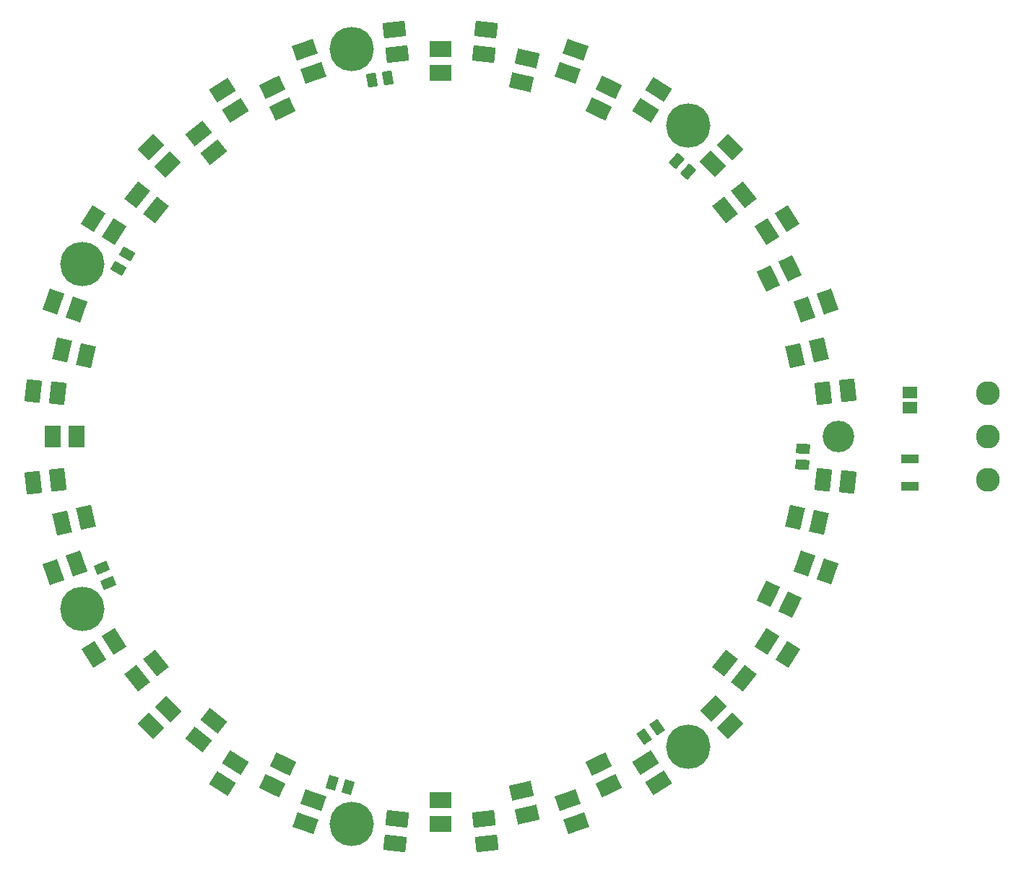
<source format=gts>
G04 Layer_Color=8388736*
%FSLAX44Y44*%
%MOMM*%
G71*
G01*
G75*
G04:AMPARAMS|DCode=58|XSize=1.1532mm|YSize=1.6032mm|CornerRadius=0mm|HoleSize=0mm|Usage=FLASHONLY|Rotation=266.786|XOffset=0mm|YOffset=0mm|HoleType=Round|Shape=Rectangle|*
%AMROTATEDRECTD58*
4,1,4,-0.7680,0.6206,0.8327,0.5308,0.7680,-0.6206,-0.8327,-0.5308,-0.7680,0.6206,0.0*
%
%ADD58ROTATEDRECTD58*%

G04:AMPARAMS|DCode=59|XSize=2.6032mm|YSize=1.8032mm|CornerRadius=0mm|HoleSize=0mm|Usage=FLASHONLY|Rotation=263.595|XOffset=0mm|YOffset=0mm|HoleType=Round|Shape=Rectangle|*
%AMROTATEDRECTD59*
4,1,4,-0.7508,1.3941,1.0412,1.1929,0.7508,-1.3941,-1.0412,-1.1929,-0.7508,1.3941,0.0*
%
%ADD59ROTATEDRECTD59*%

%ADD60R,2.0032X1.1032*%
%ADD61R,1.6532X1.3532*%
G04:AMPARAMS|DCode=62|XSize=1.1532mm|YSize=1.6032mm|CornerRadius=0mm|HoleSize=0mm|Usage=FLASHONLY|Rotation=163.929|XOffset=0mm|YOffset=0mm|HoleType=Round|Shape=Rectangle|*
%AMROTATEDRECTD62*
4,1,4,0.7760,0.6107,0.3322,-0.9299,-0.7760,-0.6107,-0.3322,0.9299,0.7760,0.6107,0.0*
%
%ADD62ROTATEDRECTD62*%

G04:AMPARAMS|DCode=63|XSize=1.1532mm|YSize=1.6032mm|CornerRadius=0mm|HoleSize=0mm|Usage=FLASHONLY|Rotation=112.500|XOffset=0mm|YOffset=0mm|HoleType=Round|Shape=Rectangle|*
%AMROTATEDRECTD63*
4,1,4,0.9612,-0.2260,-0.5199,-0.8395,-0.9612,0.2260,0.5199,0.8395,0.9612,-0.2260,0.0*
%
%ADD63ROTATEDRECTD63*%

G04:AMPARAMS|DCode=64|XSize=1.1532mm|YSize=1.6032mm|CornerRadius=0mm|HoleSize=0mm|Usage=FLASHONLY|Rotation=59.877|XOffset=0mm|YOffset=0mm|HoleType=Round|Shape=Rectangle|*
%AMROTATEDRECTD64*
4,1,4,0.4040,-0.9010,-0.9827,-0.0964,-0.4040,0.9010,0.9827,0.0964,0.4040,-0.9010,0.0*
%
%ADD64ROTATEDRECTD64*%

G04:AMPARAMS|DCode=65|XSize=2.6032mm|YSize=1.8032mm|CornerRadius=0mm|HoleSize=0mm|Usage=FLASHONLY|Rotation=122.157|XOffset=0mm|YOffset=0mm|HoleType=Round|Shape=Rectangle|*
%AMROTATEDRECTD65*
4,1,4,1.4561,-0.6221,-0.0705,-1.5818,-1.4561,0.6221,0.0705,1.5818,1.4561,-0.6221,0.0*
%
%ADD65ROTATEDRECTD65*%

G04:AMPARAMS|DCode=66|XSize=2.6032mm|YSize=1.8032mm|CornerRadius=0mm|HoleSize=0mm|Usage=FLASHONLY|Rotation=308.586|XOffset=0mm|YOffset=0mm|HoleType=Round|Shape=Rectangle|*
%AMROTATEDRECTD66*
4,1,4,-1.5166,0.4551,-0.1070,1.5797,1.5166,-0.4551,0.1070,-1.5797,-1.5166,0.4551,0.0*
%
%ADD66ROTATEDRECTD66*%

G04:AMPARAMS|DCode=67|XSize=2.6032mm|YSize=1.8032mm|CornerRadius=0mm|HoleSize=0mm|Usage=FLASHONLY|Rotation=135.015|XOffset=0mm|YOffset=0mm|HoleType=Round|Shape=Rectangle|*
%AMROTATEDRECTD67*
4,1,4,1.5580,-0.2824,0.2833,-1.5578,-1.5580,0.2824,-0.2833,1.5578,1.5580,-0.2824,0.0*
%
%ADD67ROTATEDRECTD67*%

G04:AMPARAMS|DCode=68|XSize=2.6032mm|YSize=1.8032mm|CornerRadius=0mm|HoleSize=0mm|Usage=FLASHONLY|Rotation=321.444|XOffset=0mm|YOffset=0mm|HoleType=Round|Shape=Rectangle|*
%AMROTATEDRECTD68*
4,1,4,-1.5798,0.1062,-0.4559,1.5163,1.5798,-0.1062,0.4559,-1.5163,-1.5798,0.1062,0.0*
%
%ADD68ROTATEDRECTD68*%

G04:AMPARAMS|DCode=69|XSize=2.6032mm|YSize=1.8032mm|CornerRadius=0mm|HoleSize=0mm|Usage=FLASHONLY|Rotation=147.873|XOffset=0mm|YOffset=0mm|HoleType=Round|Shape=Rectangle|*
%AMROTATEDRECTD69*
4,1,4,1.5818,0.0713,0.6228,-1.4557,-1.5818,-0.0713,-0.6228,1.4557,1.5818,0.0713,0.0*
%
%ADD69ROTATEDRECTD69*%

G04:AMPARAMS|DCode=70|XSize=2.6032mm|YSize=1.8032mm|CornerRadius=0mm|HoleSize=0mm|Usage=FLASHONLY|Rotation=334.302|XOffset=0mm|YOffset=0mm|HoleType=Round|Shape=Rectangle|*
%AMROTATEDRECTD70*
4,1,4,-1.5638,-0.2480,-0.7819,1.3768,1.5638,0.2480,0.7819,-1.3768,-1.5638,-0.2480,0.0*
%
%ADD70ROTATEDRECTD70*%

G04:AMPARAMS|DCode=71|XSize=2.6032mm|YSize=1.8032mm|CornerRadius=0mm|HoleSize=0mm|Usage=FLASHONLY|Rotation=160.731|XOffset=0mm|YOffset=0mm|HoleType=Round|Shape=Rectangle|*
%AMROTATEDRECTD71*
4,1,4,1.5262,0.4216,0.9312,-1.2806,-1.5262,-0.4216,-0.9312,1.2806,1.5262,0.4216,0.0*
%
%ADD71ROTATEDRECTD71*%

G04:AMPARAMS|DCode=72|XSize=2.6032mm|YSize=1.8032mm|CornerRadius=0mm|HoleSize=0mm|Usage=FLASHONLY|Rotation=70.725|XOffset=0mm|YOffset=0mm|HoleType=Round|Shape=Rectangle|*
%AMROTATEDRECTD72*
4,1,4,0.4214,-1.5263,-1.2807,-0.9310,-0.4214,1.5263,1.2807,0.9310,0.4214,-1.5263,0.0*
%
%ADD72ROTATEDRECTD72*%

G04:AMPARAMS|DCode=73|XSize=2.6032mm|YSize=1.8032mm|CornerRadius=0mm|HoleSize=0mm|Usage=FLASHONLY|Rotation=257.154|XOffset=0mm|YOffset=0mm|HoleType=Round|Shape=Rectangle|*
%AMROTATEDRECTD73*
4,1,4,-0.5897,1.4695,1.1684,1.0686,0.5897,-1.4695,-1.1684,-1.0686,-0.5897,1.4695,0.0*
%
%ADD73ROTATEDRECTD73*%

G04:AMPARAMS|DCode=74|XSize=2.6032mm|YSize=1.8032mm|CornerRadius=0mm|HoleSize=0mm|Usage=FLASHONLY|Rotation=270.012|XOffset=0mm|YOffset=0mm|HoleType=Round|Shape=Rectangle|*
%AMROTATEDRECTD74*
4,1,4,-0.9019,1.3014,0.9013,1.3018,0.9019,-1.3014,-0.9013,-1.3018,-0.9019,1.3014,0.0*
%
%ADD74ROTATEDRECTD74*%

G04:AMPARAMS|DCode=75|XSize=2.6032mm|YSize=1.8032mm|CornerRadius=0mm|HoleSize=0mm|Usage=FLASHONLY|Rotation=96.441|XOffset=0mm|YOffset=0mm|HoleType=Round|Shape=Rectangle|*
%AMROTATEDRECTD75*
4,1,4,1.0419,-1.1922,-0.7499,-1.3945,-1.0419,1.1922,0.7499,1.3945,1.0419,-1.1922,0.0*
%
%ADD75ROTATEDRECTD75*%

G04:AMPARAMS|DCode=76|XSize=2.6032mm|YSize=1.8032mm|CornerRadius=0mm|HoleSize=0mm|Usage=FLASHONLY|Rotation=282.870|XOffset=0mm|YOffset=0mm|HoleType=Round|Shape=Rectangle|*
%AMROTATEDRECTD76*
4,1,4,-1.1689,1.0681,0.5890,1.4697,1.1689,-1.0681,-0.5890,-1.4697,-1.1689,1.0681,0.0*
%
%ADD76ROTATEDRECTD76*%

G04:AMPARAMS|DCode=77|XSize=2.6032mm|YSize=1.8032mm|CornerRadius=0mm|HoleSize=0mm|Usage=FLASHONLY|Rotation=109.299|XOffset=0mm|YOffset=0mm|HoleType=Round|Shape=Rectangle|*
%AMROTATEDRECTD77*
4,1,4,1.2811,-0.9305,-0.4208,-1.5264,-1.2811,0.9305,0.4208,1.5264,1.2811,-0.9305,0.0*
%
%ADD77ROTATEDRECTD77*%

G04:AMPARAMS|DCode=78|XSize=2.6032mm|YSize=1.8032mm|CornerRadius=0mm|HoleSize=0mm|Usage=FLASHONLY|Rotation=19.293|XOffset=0mm|YOffset=0mm|HoleType=Round|Shape=Rectangle|*
%AMROTATEDRECTD78*
4,1,4,-0.9306,-1.2810,-1.5264,0.4209,0.9306,1.2810,1.5264,-0.4209,-0.9306,-1.2810,0.0*
%
%ADD78ROTATEDRECTD78*%

G04:AMPARAMS|DCode=79|XSize=2.6032mm|YSize=1.8032mm|CornerRadius=0mm|HoleSize=0mm|Usage=FLASHONLY|Rotation=205.722|XOffset=0mm|YOffset=0mm|HoleType=Round|Shape=Rectangle|*
%AMROTATEDRECTD79*
4,1,4,0.7813,1.3772,1.5639,-0.2474,-0.7813,-1.3772,-1.5639,0.2474,0.7813,1.3772,0.0*
%
%ADD79ROTATEDRECTD79*%

G04:AMPARAMS|DCode=80|XSize=2.6032mm|YSize=1.8032mm|CornerRadius=0mm|HoleSize=0mm|Usage=FLASHONLY|Rotation=32.151|XOffset=0mm|YOffset=0mm|HoleType=Round|Shape=Rectangle|*
%AMROTATEDRECTD80*
4,1,4,-0.6222,-1.4560,-1.5818,0.0707,0.6222,1.4560,1.5818,-0.0707,-0.6222,-1.4560,0.0*
%
%ADD80ROTATEDRECTD80*%

G04:AMPARAMS|DCode=81|XSize=2.6032mm|YSize=1.8032mm|CornerRadius=0mm|HoleSize=0mm|Usage=FLASHONLY|Rotation=218.580|XOffset=0mm|YOffset=0mm|HoleType=Round|Shape=Rectangle|*
%AMROTATEDRECTD81*
4,1,4,0.4553,1.5165,1.5798,0.1069,-0.4553,-1.5165,-1.5798,-0.1069,0.4553,1.5165,0.0*
%
%ADD81ROTATEDRECTD81*%

G04:AMPARAMS|DCode=82|XSize=2.6032mm|YSize=1.8032mm|CornerRadius=0mm|HoleSize=0mm|Usage=FLASHONLY|Rotation=45.009|XOffset=0mm|YOffset=0mm|HoleType=Round|Shape=Rectangle|*
%AMROTATEDRECTD82*
4,1,4,-0.2826,-1.5579,-1.5578,-0.2831,0.2826,1.5579,1.5578,0.2831,-0.2826,-1.5579,0.0*
%
%ADD82ROTATEDRECTD82*%

G04:AMPARAMS|DCode=83|XSize=2.6032mm|YSize=1.8032mm|CornerRadius=0mm|HoleSize=0mm|Usage=FLASHONLY|Rotation=231.438|XOffset=0mm|YOffset=0mm|HoleType=Round|Shape=Rectangle|*
%AMROTATEDRECTD83*
4,1,4,0.1064,1.5798,1.5164,0.4557,-0.1064,-1.5798,-1.5164,-0.4557,0.1064,1.5798,0.0*
%
%ADD83ROTATEDRECTD83*%

G04:AMPARAMS|DCode=84|XSize=2.6032mm|YSize=1.8032mm|CornerRadius=0mm|HoleSize=0mm|Usage=FLASHONLY|Rotation=57.867|XOffset=0mm|YOffset=0mm|HoleType=Round|Shape=Rectangle|*
%AMROTATEDRECTD84*
4,1,4,0.0712,-1.5818,-1.4558,-0.6227,-0.0712,1.5818,1.4558,0.6227,0.0712,-1.5818,0.0*
%
%ADD84ROTATEDRECTD84*%

G04:AMPARAMS|DCode=85|XSize=1.1532mm|YSize=1.6032mm|CornerRadius=0mm|HoleSize=0mm|Usage=FLASHONLY|Rotation=318.214|XOffset=0mm|YOffset=0mm|HoleType=Round|Shape=Rectangle|*
%AMROTATEDRECTD85*
4,1,4,-0.9641,-0.2135,0.1042,0.9819,0.9641,0.2135,-0.1042,-0.9819,-0.9641,-0.2135,0.0*
%
%ADD85ROTATEDRECTD85*%

G04:AMPARAMS|DCode=86|XSize=1.1532mm|YSize=1.6032mm|CornerRadius=0mm|HoleSize=0mm|Usage=FLASHONLY|Rotation=215.357|XOffset=0mm|YOffset=0mm|HoleType=Round|Shape=Rectangle|*
%AMROTATEDRECTD86*
4,1,4,0.0064,0.9874,0.9341,-0.3201,-0.0064,-0.9874,-0.9341,0.3201,0.0064,0.9874,0.0*
%
%ADD86ROTATEDRECTD86*%

G04:AMPARAMS|DCode=87|XSize=1.1532mm|YSize=1.6032mm|CornerRadius=0mm|HoleSize=0mm|Usage=FLASHONLY|Rotation=9.643|XOffset=0mm|YOffset=0mm|HoleType=Round|Shape=Rectangle|*
%AMROTATEDRECTD87*
4,1,4,-0.4342,-0.8869,-0.7027,0.6937,0.4342,0.8869,0.7027,-0.6937,-0.4342,-0.8869,0.0*
%
%ADD87ROTATEDRECTD87*%

G04:AMPARAMS|DCode=88|XSize=2.6032mm|YSize=1.8032mm|CornerRadius=0mm|HoleSize=0mm|Usage=FLASHONLY|Rotation=115.716|XOffset=0mm|YOffset=0mm|HoleType=Round|Shape=Rectangle|*
%AMROTATEDRECTD88*
4,1,4,1.3771,-0.7815,-0.2475,-1.5639,-1.3771,0.7815,0.2475,1.5639,1.3771,-0.7815,0.0*
%
%ADD88ROTATEDRECTD88*%

G04:AMPARAMS|DCode=89|XSize=2.6032mm|YSize=1.8032mm|CornerRadius=0mm|HoleSize=0mm|Usage=FLASHONLY|Rotation=173.589|XOffset=0mm|YOffset=0mm|HoleType=Round|Shape=Rectangle|*
%AMROTATEDRECTD89*
4,1,4,1.3941,0.7506,1.1928,-1.0413,-1.3941,-0.7506,-1.1928,1.0413,1.3941,0.7506,0.0*
%
%ADD89ROTATEDRECTD89*%

G04:AMPARAMS|DCode=90|XSize=2.6032mm|YSize=1.8032mm|CornerRadius=0mm|HoleSize=0mm|Usage=FLASHONLY|Rotation=0.018|XOffset=0mm|YOffset=0mm|HoleType=Round|Shape=Rectangle|*
%AMROTATEDRECTD90*
4,1,4,-1.3013,-0.9020,-1.3019,0.9012,1.3013,0.9020,1.3019,-0.9012,-1.3013,-0.9020,0.0*
%
%ADD90ROTATEDRECTD90*%

G04:AMPARAMS|DCode=91|XSize=2.6032mm|YSize=1.8032mm|CornerRadius=0mm|HoleSize=0mm|Usage=FLASHONLY|Rotation=186.447|XOffset=0mm|YOffset=0mm|HoleType=Round|Shape=Rectangle|*
%AMROTATEDRECTD91*
4,1,4,1.1921,1.0420,1.3946,-0.7498,-1.1921,-1.0420,-1.3946,0.7498,1.1921,1.0420,0.0*
%
%ADD91ROTATEDRECTD91*%

G04:AMPARAMS|DCode=92|XSize=2.6032mm|YSize=1.8032mm|CornerRadius=0mm|HoleSize=0mm|Usage=FLASHONLY|Rotation=12.876|XOffset=0mm|YOffset=0mm|HoleType=Round|Shape=Rectangle|*
%AMROTATEDRECTD92*
4,1,4,-1.0680,-1.1690,-1.4698,0.5889,1.0680,1.1690,1.4698,-0.5889,-1.0680,-1.1690,0.0*
%
%ADD92ROTATEDRECTD92*%

G04:AMPARAMS|DCode=93|XSize=2.6032mm|YSize=1.8032mm|CornerRadius=0mm|HoleSize=0mm|Usage=FLASHONLY|Rotation=167.148|XOffset=0mm|YOffset=0mm|HoleType=Round|Shape=Rectangle|*
%AMROTATEDRECTD93*
4,1,4,1.4695,0.5895,1.0684,-1.1685,-1.4695,-0.5895,-1.0684,1.1685,1.4695,0.5895,0.0*
%
%ADD93ROTATEDRECTD93*%

G04:AMPARAMS|DCode=94|XSize=2.6032mm|YSize=1.8032mm|CornerRadius=0mm|HoleSize=0mm|Usage=FLASHONLY|Rotation=64.308|XOffset=0mm|YOffset=0mm|HoleType=Round|Shape=Rectangle|*
%AMROTATEDRECTD94*
4,1,4,0.2482,-1.5638,-1.3767,-0.7821,-0.2482,1.5638,1.3767,0.7821,0.2482,-1.5638,0.0*
%
%ADD94ROTATEDRECTD94*%

%ADD95C,2.8032*%
%ADD96C,5.2032*%
%ADD97C,3.7032*%
D58*
X425423Y-14376D02*
D03*
X424358Y-33346D02*
D03*
D59*
X449129Y-50418D02*
D03*
X477451Y-53597D02*
D03*
X-449118Y50512D02*
D03*
X-477440Y53697D02*
D03*
D60*
X550000Y-26250D02*
D03*
X550000Y-58750D02*
D03*
D61*
Y33500D02*
D03*
Y51500D02*
D03*
D62*
X-108681Y-411558D02*
D03*
X-126939Y-406298D02*
D03*
D63*
X-389531Y-171632D02*
D03*
X-396802Y-154078D02*
D03*
D64*
X-377228Y197634D02*
D03*
X-367692Y214068D02*
D03*
D65*
X-382618Y-240546D02*
D03*
X-406745Y-255715D02*
D03*
X382668Y240466D02*
D03*
X406799Y255630D02*
D03*
D66*
X-355700Y-283810D02*
D03*
X-333423Y-266034D02*
D03*
X355760Y283735D02*
D03*
X333478Y265965D02*
D03*
D67*
X-319493Y-319660D02*
D03*
X-339641Y-339818D02*
D03*
X319560Y319594D02*
D03*
X339712Y339747D02*
D03*
D68*
X-283623Y-355849D02*
D03*
X-265860Y-333562D02*
D03*
D69*
X-240346Y-382743D02*
D03*
X-255502Y-406879D02*
D03*
X240426Y382693D02*
D03*
X255587Y406826D02*
D03*
D70*
X-197322Y-410042D02*
D03*
X-184964Y-384361D02*
D03*
X197408Y410001D02*
D03*
X185044Y384322D02*
D03*
D71*
X-149145Y-426632D02*
D03*
X-158550Y-453535D02*
D03*
X149235Y426600D02*
D03*
X158645Y453502D02*
D03*
D72*
X-426616Y149190D02*
D03*
X-453518Y158598D02*
D03*
X426647Y-149101D02*
D03*
X453552Y-158503D02*
D03*
D73*
X-443661Y101172D02*
D03*
X-415874Y94835D02*
D03*
X443682Y-101079D02*
D03*
X415894Y-94748D02*
D03*
D74*
X-455050Y-95D02*
D03*
X-426550Y-89D02*
D03*
D75*
X-449097Y-50700D02*
D03*
X-477417Y-53897D02*
D03*
X449108Y50606D02*
D03*
X477429Y53797D02*
D03*
D76*
X-443618Y-101358D02*
D03*
X-415834Y-95010D02*
D03*
X443639Y101265D02*
D03*
X415854Y94923D02*
D03*
D77*
X-426553Y-149368D02*
D03*
X-453452Y-158788D02*
D03*
X426585Y149279D02*
D03*
X453485Y158693D02*
D03*
D78*
X-149324Y426569D02*
D03*
X-158740Y453469D02*
D03*
X149413Y-426538D02*
D03*
X158835Y-453435D02*
D03*
D79*
X-197494Y409959D02*
D03*
X-185125Y384283D02*
D03*
X197580Y-409918D02*
D03*
X185205Y-384245D02*
D03*
D80*
X-240506Y382643D02*
D03*
X-255673Y406772D02*
D03*
X240586Y-382592D02*
D03*
X255758Y-406719D02*
D03*
D81*
X-283772Y355730D02*
D03*
X-266000Y333450D02*
D03*
D82*
X-319627Y319527D02*
D03*
X-339783Y339676D02*
D03*
X319694Y-319460D02*
D03*
X339854Y-339605D02*
D03*
D83*
X-355819Y283661D02*
D03*
X-333534Y265895D02*
D03*
X355878Y-283586D02*
D03*
X333590Y-265825D02*
D03*
D84*
X-382718Y240386D02*
D03*
X-406853Y255545D02*
D03*
X382769Y-240306D02*
D03*
X406906Y-255460D02*
D03*
D85*
X276487Y323646D02*
D03*
X290654Y310985D02*
D03*
D86*
X254007Y-341573D02*
D03*
X238512Y-352567D02*
D03*
D87*
X-80650Y417956D02*
D03*
X-61918Y421139D02*
D03*
D88*
X409980Y197451D02*
D03*
X384303Y185085D02*
D03*
D89*
X-50465Y-449124D02*
D03*
X-53647Y-477445D02*
D03*
X50559Y449113D02*
D03*
X53747Y477434D02*
D03*
D90*
X143Y-455050D02*
D03*
X134Y-426550D02*
D03*
X-48Y455050D02*
D03*
X-45Y426550D02*
D03*
D91*
X50747Y-449092D02*
D03*
X53947Y-477412D02*
D03*
X-50653Y449103D02*
D03*
X-53847Y477423D02*
D03*
D92*
X101404Y-443608D02*
D03*
X95053Y-415824D02*
D03*
D93*
X101218Y443650D02*
D03*
X94879Y415864D02*
D03*
D94*
X410063Y-197279D02*
D03*
X384380Y-184924D02*
D03*
D95*
X642000Y0D02*
D03*
Y50800D02*
D03*
Y-50800D02*
D03*
D96*
X-103739Y454511D02*
D03*
X290671Y364490D02*
D03*
X-420032Y202277D02*
D03*
Y-202277D02*
D03*
X-103739Y-454511D02*
D03*
X290671Y-364490D02*
D03*
D97*
X466200Y0D02*
D03*
M02*

</source>
